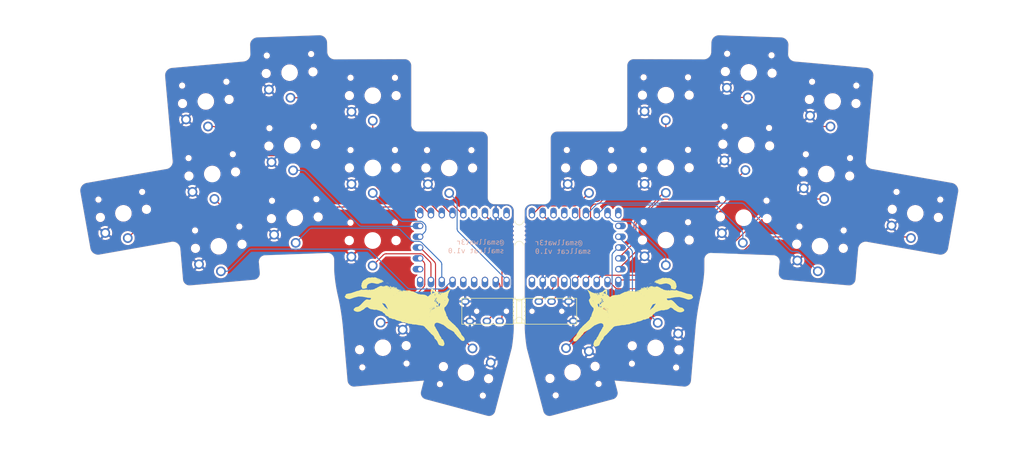
<source format=kicad_pcb>
(kicad_pcb (version 20240108) (generator "pcbnew") (generator_version "8.0")
  (layers (0 "F.Cu" signal) (31 "B.Cu" signal) (34 "B.Paste" user) (35 "F.Paste" user) (36 "B.SilkS" user "B.Silkscreen") (37 "F.SilkS" user "F.Silkscreen") (38 "B.Mask" user) (39 "F.Mask" user) (44 "Edge.Cuts" user))
  (net 0 "")
  (net 1 "gnd")
  (net 2 "vcc")
  (net 3 "Switch18")
  (net 4 "Switch2")
  (net 5 "Switch3")
  (net 6 "Switch4")
  (net 7 "Switch6")
  (net 8 "Switch7")
  (net 9 "Switch8")
  (net 10 "Switch9")
  (net 11 "Switch10")
  (net 12 "Switch12")
  (net 13 "Switch13")
  (net 14 "Switch14")
  (net 15 "Switch16")
  (net 16 "Switch17")
  (net 17 "Switch18_r")
  (net 18 "Switch9_r")
  (net 19 "Switch10_r")
  (net 20 "Switch12_r")
  (net 21 "Switch13_r")
  (net 22 "Switch14_r")
  (net 23 "Switch16_r")
  (net 24 "Switch17_r")
  (net 25 "Switch2_r")
  (net 26 "Switch3_r")
  (net 27 "Switch4_r")
  (net 28 "Switch6_r")
  (net 29 "Switch7_r")
  (net 30 "Switch8_r")
  (footprint "* duckyb-collection:choc-v1-with-millmax" (layer "F.Cu") (at 83.251649 65.033053 2)
    (property "Reference" "SW16" (hide yes))
    (property "Value" "SW_Push" (hide yes))
  )
  (footprint "* duckyb-collection:choc-v1-with-millmax" (layer "F.Cu") (at 123.502592 101.433505 165)
    (property "Reference" "SW20" (hide yes))
    (property "Value" "SW_Push" (hide yes))
  )
  (footprint "* duckyb-collection:choc-v1-with-millmax" (layer "F.Cu") (at 65.368398 71.733661 5)
    (property "Reference" "SW15" (hide yes))
    (property "Value" "SW_Push" (hide yes))
  )
  (footprint "* duckyb-collection:choc-v1-with-millmax" (layer "F.Cu") (at 103.961664 95.561438 -175)
    (property "Reference" "SW21" (hide yes))
    (property "Value" "SW_Push" (hide yes))
  )
  (footprint "* duckyb-collection:choc-v1-with-millmax" (layer "F.Cu") (at 101.55 70.375)
    (property "Reference" "SW17" (hide yes))
    (property "Value" "SW_Push" (hide yes))
  )
  (footprint "* duckyb-collection:choc-v1-with-millmax" (layer "F.Cu") (at 82.024093 30.903595 2)
    (property "Reference" "SW4" (hide yes))
    (property "Value" "SW_Push" (hide yes))
  )
  (footprint "* duckyb-collection:choc-v1-with-millmax" (layer "F.Cu") (at 62.329782 37.678681 5)
    (property "Reference" "SW3" (hide yes))
    (property "Value" "SW_Push" (hide yes))
  )
  (footprint "* duckyb-collection:choc-v1-with-millmax" (layer "F.Cu") (at 63.840781 54.722451 5)
    (property "Reference" "SW9" (hide yes))
    (property "Value" "SW_Push" (hide yes))
  )
  (footprint "* duckyb-collection:choc-v1-with-millmax" (layer "F.Cu") (at 119.555 53.325)
    (property "Reference" "SW12" (hide yes))
    (property "Value" "SW_Push" (hide yes))
  )
  (footprint "* duckyb-collection:choc-v1-with-millmax" (layer "F.Cu") (at 101.58 53.3)
    (property "Reference" "SW11" (hide yes))
    (property "Value" "SW_Push" (hide yes))
  )
  (footprint "* duckyb-collection:choc-v1-with-millmax" (layer "F.Cu") (at 42.949665 63.981028 10)
    (property "Reference" "SW8" (hide yes))
    (property "Value" "SW_Push" (hide yes))
  )
  (footprint "* duckyb-collection:choc-v1-with-millmax" (layer "F.Cu") (at 101.58 36.3)
    (property "Reference" "SW5" (hide yes))
    (property "Value" "SW_Push" (hide yes))
  )
  (footprint "* duckyb-collection:choc-v1-with-millmax" (layer "F.Cu") (at 82.644336 47.977818 2)
    (property "Reference" "SW10" (hide yes))
    (property "Value" "SW_Push" (hide yes))
  )
  (footprint "Kailh:TRRS-PJ-320A" (layer "F.Cu") (at 137.42 87 90)
    (property "Reference" "J1")
    (property "Value" "AudioJack4dpb" (hide yes))
  )
  (footprint "* duckyb-collection:choc-v1-with-millmax" (layer "F.Cu") (at 170.49 53.257)
    (property "Reference" "SW11_r1" (hide yes))
    (property "Value" "SW_Push" (hide yes))
  )
  (footprint "* duckyb-collection:choc-v1-with-millmax" (layer "F.Cu") (at 188.795907 65.013595 -2)
    (property "Reference" "SW15_r1" (hide yes))
    (property "Value" "SW_Push" (hide yes))
  )
  (footprint "* duckyb-collection:choc-v1-with-millmax" (layer "F.Cu") (at 206.734219 71.722451 -5)
    (property "Reference" "SW18_r1" (hide yes))
    (property "Value" "SW_Push" (hide yes))
  )
  (footprint "* duckyb-collection:choc-v1-with-millmax" (layer "F.Cu") (at 170.485 36.195)
    (property "Reference" "SW5_r1" (hide yes))
    (property "Value" "SW_Push" (hide yes))
  )
  (footprint "* duckyb-collection:choc-v1-with-millmax" (layer "F.Cu") (at 189.976602 30.835266 -2)
    (property "Reference" "SW4_r1" (hide yes))
    (property "Value" "SW_Push" (hide yes))
  )
  (footprint "* duckyb-collection:choc-v1-with-millmax" (layer "F.Cu") (at 152.42 53.3)
    (property "Reference" "SW12_r1" (hide yes))
    (property "Value" "SW_Push" (hide yes))
  )
  (footprint "* duckyb-collection:choc-v1-with-millmax" (layer "F.Cu") (at 209.71381 37.679065 -5)
    (property "Reference" "SW3_r1" (hide yes))
    (property "Value" "SW_Push" (hide yes))
  )
  (footprint "* duckyb-collection:choc-v1-with-millmax" (layer "F.Cu") (at 168.07619 95.601029 175)
    (property "Reference" "SW21_r1" (hide yes))
    (property "Value" "SW_Push" (hide yes))
  )
  (footprint "* duckyb-collection:choc-v1-with-millmax" (layer "F.Cu") (at 189.395907 47.923595 -2)
    (property "Reference" "SW9_r1" (hide yes))
    (property "Value" "SW_Push" (hide yes))
  )
  (footprint "* duckyb-collection:choc-v1-with-millmax" (layer "F.Cu") (at 148.550827 101.374147 -165)
    (property "Reference" "SW20_r1" (hide yes))
    (property "Value" "SW_Push" (hide yes))
  )
  (footprint "* duckyb-collection:choc-v1-with-millmax" (layer "F.Cu") (at 229.143557 63.984935 -10)
    (property "Reference" "SW7_r1" (hide yes))
    (property "Value" "SW_Push" (hide yes))
  )
  (footprint "* duckyb-collection:choc-v1-with-millmax" (layer "F.Cu") (at 208.234219 54.732451 -5)
    (property "Reference" "SW8_r1" (hide yes))
    (property "Value" "SW_Push" (hide yes))
  )
  (footprint "mcu:rp2040-zero-tht" (layer "F.Cu") (at 149.16 72.02 90)
    (property "Reference" "U?" (hide yes))
    (property "Value" "rp2040-zero-tht" (hide yes))
  )
  (footprint "mcu:rp2040-zero-tht" (layer "F.Cu") (at 122.88 72.02 -90)
    (property "Reference" "U?" (hide yes))
    (property "Value" "rp2040-zero-tht" (hide yes))
  )
  (footprint "LOGO" (layer "F.Cu") (at 110.27 85.34 -110)
    (property "Reference" "G***")
    (property "Value" "LOGO" (hide yes))
  )
  (footprint "Duckyb-Parts:mouse-bite-5mm-slot-with-space-for-track" (layer "F.Cu") (at 136.022499 68.630001)
    (property "Reference" "mouse-bite-2mm-slot" (hide yes))
    (property "Value" "VAL**" (hide yes))
  )
  (footprint "Duckyb-Parts:mouse-bite-5mm-slot-with-space-for-track" (layer "F.Cu") (at 136.02 86.499)
    (property "Reference" "mouse-bite-2mm-slot" (hide yes))
    (property "Value" "VAL**" (hide yes))
  )
  (footprint "* duckyb-collection:choc-v1-with-millmax" (layer "F.Cu") (at 170.49 70.27)
    (property "Reference" "SW11_r1" (hide yes))
    (property "Value" "SW_Push" (hide yes))
  )
  (footprint "LOGO" (layer "F.Cu") (at 161.63 85.46 110)
    (property "Reference" "G***")
    (property "Value" "LOGO" (hide yes))
  )
  (footprint "Kailh:TRRS-PJ-320A" (layer "F.Cu") (at 134.6125 87 -90)
    (property "Reference" "J2")
    (property "Value" "AudioJack4dpb" (hide yes))
  )
  (gr_line (start 135.067501 89.039) (end 134.744 89.039) (stroke (width 0.05)) (layer "Edge.Cuts"))
  (gr_arc (start 143.423477 60.244486) (mid 142.994009 61.349011) (end 141.911072 61.830324) (stroke (width 0.05)) (layer "Edge.Cuts"))
  (gr_arc (start 127.122074 44.743676) (mid 128.205012 45.224994) (end 128.634479 46.329514) (stroke (width 0.05)) (layer "Edge.Cuts"))
  (gr_line (start 37.324665 73.681028) (end 54.33 70.675) (stroke (width 0.05)) (layer "Edge.Cuts"))
  (gr_line (start 137.308999 91.159) (end 137.304998 89.038) (stroke (width 0.05)) (layer "Edge.Cuts"))
  (gr_arc (start 200.827396 28.273111) (mid 199.665185 27.661814) (end 199.243998 26.418021) (stroke (width 0.05)) (layer "Edge.Cuts"))
  (gr_line (start 56.329574 72.285285) (end 56.962616 79.572435) (stroke (width 0.05)) (layer "Edge.Cuts"))
  (gr_arc (start 176.405727 103.317129) (mid 175.868987 104.35899) (end 174.753897 104.719738) (stroke (width 0.05)) (layer "Edge.Cuts"))
  (gr_line (start 217.718998 70.674) (end 234.724333 73.680028) (stroke (width 0.05)) (layer "Edge.Cuts"))
  (gr_arc (start 236.849893 72.258721) (mid 236.072794 73.396609) (end 234.724333 73.680028) (stroke (width 0.05)) (layer "Edge.Cuts"))
  (gr_line (start 90.844585 23.914708) (end 90.895351 25.949787) (stroke (width 0.05)) (layer "Edge.Cuts"))
  (gr_line (start 143.423477 60.244486) (end 143.414519 46.328514) (stroke (width 0.05)) (layer "Edge.Cuts"))
  (gr_arc (start 161.414519 29.303514) (mid 161.843988 28.198991) (end 162.926924 27.717676) (stroke (width 0.05)) (layer "Edge.Cuts"))
  (gr_line (start 197.018998 77.949) (end 197.239959 75.498615) (stroke (width 0.05)) (layer "Edge.Cuts"))
  (gr_line (start 52.746466 31.675549) (end 54.52086 51.606028) (stroke (width 0.05)) (layer "Edge.Cuts"))
  (gr_arc (start 109.122074 27.718676) (mid 110.205012 28.199994) (end 110.634479 29.304514) (stroke (width 0.05)) (layer "Edge.Cuts"))
  (gr_line (start 137.296499 66.090001) (end 137.296593 63.428514) (stroke (width 0.05)) (layer "Edge.Cuts"))
  (gr_arc (start 52.746466 31.675549) (mid 53.200994 30.365917) (end 54.455 29.775001) (stroke (width 0.05)) (layer "Edge.Cuts"))
  (gr_arc (start 130.137926 61.831324) (mid 129.054988 61.350006) (end 128.625521 60.245486) (stroke (width 0.05)) (layer "Edge.Cuts"))
  (gr_arc (start 133.24 61.843676) (mid 134.322922 62.325002) (end 134.752405 63.429514) (stroke (width 0.05)) (layer "Edge.Cuts"))
  (gr_arc (start 58.5881 80.930265) (mid 57.504989 80.575007) (end 56.962616 79.572435) (stroke (width 0.05)) (layer "Edge.Cuts"))
  (gr_line (start 135.07 71.170001) (end 134.746499 71.170001) (stroke (width 0.05)) (layer "Edge.Cuts"))
  (gr_line (start 113.590733 103.307082) (end 112.940733 105.807082) (stroke (width 0.05)) (layer "Edge.Cuts"))
  (gr_line (start 112.155 44.725) (end 127.122074 44.743676) (stroke (width 0.05)) (layer "Edge.Cuts"))
  (gr_line (start 71.221602 28.274111) (end 54.455 29.775001) (stroke (width 0.05)) (layer "Edge.Cuts"))
  (gr_line (start 74.809039 75.499615) (end 75.03 77.95) (stroke (width 0.05)) (layer "Edge.Cuts"))
  (gr_arc (start 143.563629 111.570814) (mid 142.381472 111.430152) (end 141.678998 110.469) (stroke (width 0.05)) (layer "Edge.Cuts"))
  (gr_line (start 73.672375 79.602223) (end 58.5881 80.930265) (stroke (width 0.05)) (layer "Edge.Cuts"))
  (gr_arc (start 137.776608 95.648735) (mid 137.472793 93.411159) (end 137.308999 91.159) (stroke (width 0.05)) (layer "Edge.Cuts"))
  (gr_line (start 52.938383 53.57613) (end 34.249665 56.83103) (stroke (width 0.05)) (layer "Edge.Cuts"))
  (gr_arc (start 54.52086 51.606028) (mid 54.140229 52.920888) (end 52.938383 53.57613) (stroke (width 0.05)) (layer "Edge.Cuts"))
  (gr_line (start 181.153647 25.948787) (end 181.204413 23.913708) (stroke (width 0.05)) (layer "Edge.Cuts"))
  (gr_line (start 76.166664 73.847392) (end 90.834516 73.312442) (stroke (width 0.05)) (layer "Edge.Cuts"))
  (gr_line (start 236.849893 72.258721) (end 239.22064 58.95559) (stroke (width 0.05)) (layer "Edge.Cuts"))
  (gr_line (start 199.243998 26.418021) (end 199.318998 24.499) (stroke (width 0.05)) (layer "Edge.Cuts"))
  (gr_line (start 113.590733 103.307082) (end 97.295101 104.720738) (stroke (width 0.05)) (layer "Edge.Cuts"))
  (gr_line (start 32.828358 58.95659) (end 35.199105 72.259721) (stroke (width 0.05)) (layer "Edge.Cuts"))
  (gr_line (start 128.634479 46.329514) (end 128.625521 60.245486) (stroke (width 0.05)) (layer "Edge.Cuts"))
  (gr_line (start 94.630917 91.713032) (end 95.643271 103.318129) (stroke (width 0.05)) (layer "Edge.Cuts"))
  (gr_arc (start 113.984945 107.696947) (mid 113.065069 106.971817) (end 112.940733 105.807082) (stroke (width 0.05)) (layer "Edge.Cuts"))
  (gr_arc (start 136.974998 66.090001) (mid 136.022499 66.734872) (end 135.07 66.09) (stroke (width 0.05)) (layer "Edge.Cuts"))
  (gr_arc (start 97.295101 104.720738) (mid 96.18001 104.35999) (end 95.643271 103.318129) (stroke (width 0.05)) (layer "Edge.Cuts"))
  (gr_arc (start 195.882334 73.846392) (mid 196.894016 74.398986) (end 197.239959 75.498615) (stroke (width 0.05)) (layer "Edge.Cuts"))
  (gr_arc (start 177.418081 91.712032) (mid 177.879403 87.629137) (end 178.625131 83.5885) (stroke (width 0.05)) (layer "Edge.Cuts"))
  (gr_arc (start 72.73 24.5) (mid 73.207602 23.169135) (end 74.505002 22.606963) (stroke (width 0.05)) (layer "Edge.Cuts"))
  (gr_arc (start 137.296593 63.428514) (mid 137.72607 62.323996) (end 138.808998 61.842676) (stroke (width 0.05)) (layer "Edge.Cuts"))
  (gr_arc (start 54.33 70.675) (mid 55.669567 71.058202) (end 56.329574 72.285285) (stroke (width 0.05)) (layer "Edge.Cuts"))
  (gr_arc (start 32.828358 58.95659) (mid 33.11178 57.608133) (end 34.249665 56.83103) (stroke (width 0.05)) (layer "Edge.Cuts"))
  (gr_arc (start 74.809039 75.499615) (mid 75.154987 74.39998) (end 76.166664 73.847392) (stroke (width 0.05)) (layer "Edge.Cuts"))
  (gr_arc (start 112.155 44.725) (mid 111.072087 44.243672) (end 110.642595 43.139162) (stroke (width 0.05)) (layer "Edge.Cuts"))
  (gr_line (start 197.543996 22.605963) (end 183.074977 22.100902) (stroke (width 0.05)) (layer "Edge.Cuts"))
  (gr_line (start 92.68 27.775) (end 109.122074 27.718676) (stroke (width 0.05)) (layer "Edge.Cuts"))
  (gr_arc (start 161.406403 43.138162) (mid 160.976916 44.242668) (end 159.893998 44.724) (stroke (width 0.05)) (layer "Edge.Cuts"))
  (gr_arc (start 143.414519 46.328514) (mid 143.843988 45.223991) (end 144.926924 44.742676) (stroke (width 0.05)) (layer "Edge.Cuts"))
  (gr_line (start 134.27239 95.649735) (end 130.37 110.47) (stroke (width 0.05)) (layer "Edge.Cuts"))
  (gr_line (start 134.746499 71.170001) (end 134.75 83.96) (stroke (width 0.05)) (layer "Edge.Cuts"))
  (gr_line (start 162.926924 27.717676) (end 179.368998 27.774) (stroke (width 0.05)) (layer "Edge.Cuts"))
  (gr_line (start 181.214482 73.311442) (end 195.882334 73.846392) (stroke (width 0.05)) (layer "Edge.Cuts"))
  (gr_arc (start 237.799333 56.83003) (mid 238.937217 57.607132) (end 239.22064 58.95559) (stroke (width 0.05)) (layer "Edge.Cuts"))
  (gr_line (start 161.406403 43.138162) (end 161.414519 29.303514) (stroke (width 0.05)) (layer "Edge.Cuts"))
  (gr_line (start 136.974998 66.090001) (end 137.296499 66.090001) (stroke (width 0.05)) (layer "Edge.Cuts"))
  (gr_line (start 215.086382 79.571435) (end 215.719424 72.284285) (stroke (width 0.05)) (layer "Edge.Cuts"))
  (gr_line (start 213.460898 80.929265) (end 198.376623 79.601223) (stroke (width 0.05)) (layer "Edge.Cuts"))
  (gr_line (start 179.556403 77.338162) (end 179.562259 74.669067) (stroke (width 0.05)) (layer "Edge.Cuts"))
  (gr_arc (start 90.834516 73.312442) (mid 91.934131 73.658403) (end 92.486739 74.670067) (stroke (width 0.05)) (layer "Edge.Cuts"))
  (gr_arc (start 135.067501 89.039) (mid 136.02 88.394127) (end 136.972499 89.039001) (stroke (width 0.05)) (layer "Edge.Cuts"))
  (gr_line (start 136.972499 89.039001) (end 137.304998 89.038) (stroke (width 0.05)) (layer "Edge.Cuts"))
  (gr_arc (start 217.593998 29.774001) (mid 218.848006 30.36492) (end 219.302532 31.674549) (stroke (width 0.05)) (layer "Edge.Cuts"))
  (gr_arc (start 92.68 27.775) (mid 91.403816 27.237718) (end 90.895351 25.949787) (stroke (width 0.05)) (layer "Edge.Cuts"))
  (gr_line (start 135.07 66.09) (end 134.752499 66.091001) (stroke (width 0.05)) (layer "Edge.Cuts"))
  (gr_arc (start 75.03 77.95) (mid 74.684049 79.049636) (end 73.672375 79.602223) (stroke (width 0.05)) (layer "Edge.Cuts"))
  (gr_line (start 137.296499 71.170001) (end 137.294 83.959) (stroke (width 0.05)) (layer "Edge.Cuts"))
  (gr_arc (start 72.805 26.419021) (mid 72.38381 27.662817) (end 71.221602 28.274111) (stroke (width 0.05)) (layer "Edge.Cuts"))
  (gr_arc (start 179.556402 77.338162) (mid 179.225149 80.483353) (end 178.62513 83.5885) (stroke (width 0.05)) (layer "Edge.Cuts"))
  (gr_line (start 141.678998 110.469) (end 137.776608 95.648735) (stroke (width 0.05)) (layer "Edge.Cuts"))
  (gr_line (start 143.563629 111.570814) (end 158.064053 107.695947) (stroke (width 0.05)) (layer "Edge.Cuts"))
  (gr_arc (start 215.719424 72.284285) (mid 216.379422 71.057209) (end 217.718998 70.674) (stroke (width 0.05)) (layer "Edge.Cuts"))
  (gr_line (start 88.974021 22.101902) (end 74.505002 22.606963) (stroke (width 0.05)) (layer "Edge.Cuts"))
  (gr_line (start 133.24 61.843676) (end 130.137926 61.831324) (stroke (width 0.05)) (layer "Edge.Cuts"))
  (gr_line (start 113.984945 107.696947) (end 128.485369 111.571814) (stroke (width 0.05)) (layer "Edge.Cuts"))
  (gr_arc (start 88.974021 22.101902) (mid 90.304998 22.600008) (end 90.844585 23.914708) (stroke (width 0.05)) (layer "Edge.Cuts"))
  (gr_line (start 135.067501 83.958999) (end 134.75 83.96) (stroke (width 0.05)) (layer "Edge.Cuts"))
  (gr_arc (start 93.423867 83.5895) (mid 94.169595 87.630137) (end 94.630917 91.713032) (stroke (width 0.05)) (layer "Edge.Cuts"))
  (gr_arc (start 37.324665 73.681028) (mid 35.976204 73.397609) (end 35.199105 72.259721) (stroke (width 0.05)) (layer "Edge.Cuts"))
  (gr_arc (start 215.086382 79.571435) (mid 214.544006 80.57401) (end 213.460898 80.929265) (stroke (width 0.05)) (layer "Edge.Cuts"))
  (gr_arc (start 181.153647 25.948787) (mid 180.64518 27.23672) (end 179.368998 27.774) (stroke (width 0.05)) (layer "Edge.Cuts"))
  (gr_arc (start 135.07 71.170001) (mid 136.0225 70.525126) (end 136.974998 71.170002) (stroke (width 0.05)) (layer "Edge.Cuts"))
  (gr_arc (start 93.423868 83.5895) (mid 92.823849 80.484353) (end 92.492596 77.339162) (stroke (width 0.05)) (layer "Edge.Cuts"))
  (gr_line (start 159.108265 105.806082) (end 158.458265 103.306082) (stroke (width 0.05)) (layer "Edge.Cuts"))
  (gr_line (start 217.593998 29.774001) (end 200.827396 28.273111) (stroke (width 0.05)) (layer "Edge.Cuts"))
  (gr_arc (start 197.543996 22.605963) (mid 198.841398 23.168138) (end 199.318998 24.499) (stroke (width 0.05)) (layer "Edge.Cuts"))
  (gr_line (start 136.972499 83.959) (end 137.294 83.959) (stroke (width 0.05)) (layer "Edge.Cuts"))
  (gr_line (start 136.974998 71.170002) (end 137.296499 71.170001) (stroke (width 0.05)) (layer "Edge.Cuts"))
  (gr_line (start 217.528138 51.605028) (end 219.302532 31.674549) (stroke (width 0.05)) (layer "Edge.Cuts"))
  (gr_line (start 110.634479 29.304514) (end 110.642595 43.139162) (stroke (width 0.05)) (layer "Edge.Cuts"))
  (gr_line (start 72.73 24.5) (end 72.805 26.419021) (stroke (width 0.05)) (layer "Edge.Cuts"))
  (gr_line (start 237.799333 56.83003) (end 219.110615 53.57513) (stroke (width 0.05)) (layer "Edge.Cuts"))
  (gr_arc (start 198.376623 79.601223) (mid 197.364942 79.048628) (end 197.018998 77.949) (stroke (width 0.05)) (layer "Edge.Cuts"))
  (gr_arc (start 134.739999 91.16) (mid 134.576205 93.412159) (end 134.27239 95.649735) (stroke (width 0.05)) (layer "Edge.Cuts"))
  (gr_arc (start 179.562259 74.669067) (mid 180.114868 73.657403) (end 181.214482 73.311442) (stroke (width 0.05)) (layer "Edge.Cuts"))
  (gr_line (start 134.744 89.039) (end 134.739999 91.16) (stroke (width 0.05)) (layer "Edge.Cuts"))
  (gr_arc (start 159.108265 105.806082) (mid 158.983938 106.970801) (end 158.064053 107.695947) (stroke (width 0.05)) (layer "Edge.Cuts"))
  (gr_line (start 176.405727 103.317129) (end 177.418081 91.712032) (stroke (width 0.05)) (layer "Edge.Cuts"))
  (gr_arc (start 136.972499 83.959) (mid 136.02 84.603873) (end 135.067501 83.958999) (stroke (width 0.05)) (layer "Edge.Cuts"))
  (gr_arc (start 181.204413 23.913708) (mid 181.744003 22.599005) (end 183.074977 22.100902) (stroke (width 0.05)) (layer "Edge.Cuts"))
  (gr_line (start 134.752405 63.429514) (end 134.752499 66.091001) (stroke (width 0.05)) (layer "Edge.Cuts"))
  (gr_line (start 144.926924 44.742676) (end 159.893998 44.724) (stroke (width 0.05)) (layer "Edge.Cuts"))
  (gr_arc (start 219.110615 53.57513) (mid 217.908774 52.919894) (end 217.528138 51.605028) (stroke (width 0.05)) (layer "Edge.Cuts"))
  (gr_line (start 141.911072 61.830324) (end 138.808998 61.842676) (stroke (width 0.05)) (layer "Edge.Cuts"))
  (gr_line (start 92.486739 74.670067) (end 92.492595 77.339162) (stroke (width 0.05)) (layer "Edge.Cuts"))
  (gr_arc (start 130.37 110.47) (mid 129.667527 111.431152) (end 128.485369 111.571814) (stroke (width 0.05)) (layer "Edge.Cuts"))
  (gr_line (start 174.753897 104.719738) (end 158.458265 103.306082) (stroke (width 0.05)) (layer "Edge.Cuts"))
  (gr_text "@smallwat3r\nsmallcat v1.0" (at 139.76 73.69 0) (layer "B.SilkS") (effects (font (size 1.2 1.2)) (justify right bottom mirror)))
  (gr_text "@smallwat3r\nsmallcat v1.0" (at 132.44 73.56 0) (layer "B.SilkS") (effects (font (size 1.2 1.2)) (justify left bottom mirror)))
  (segment (start 130.5 64.4) (end 133.822107 67.722107) (width 0.25) (layer "B.Cu") (net 1))
  (segment (start 145.862893 77.132893) (end 147.792107 79.062107) (width 0.25) (layer "B.Cu") (net 1))
  (segment (start 147.792107 84.527893) (end 147.62 84.7) (width 0.25) (layer "B.Cu") (net 1))
  (segment (start 126.969607 91.857107) (end 124.4125 89.3) (width 0.25) (layer "B.Cu") (net 1))
  (segment (start 148.085 79.769214) (end 148.085 83.820786) (width 0.25) (layer "B.Cu") (net 1))
  (segment (start 144.754214 76.84) (end 145.155786 76.84) (width 0.25) (layer "B.Cu") (net 1))
  (segment (start 141.54 79.64) (end 144.047107 77.132893) (width 0.25) (layer "B.Cu") (net 1))
  (segment (start 131.125786 92.15) (end 127.676714 92.15) (width 0.25) (layer "B.Cu") (net 1))
  (segment (start 133.822107 89.867893) (end 131.832893 91.857107) (width 0.25) (layer "B.Cu") (net 1))
  (segment (start 134.115 68.429214) (end 134.115 89.160786) (width 0.25) (layer "B.Cu") (net 1))
  (arc (start 147.792107 79.062107) (mid 148.00888 79.38653) (end 148.085 79.769214) (width 0.25) (layer "B.Cu") (net 1))
  (arc (start 127.676714 92.15) (mid 127.294031 92.07388) (end 126.969607 91.857107) (width 0.25) (layer "B.Cu") (net 1))
  (arc (start 144.754214 76.84) (mid 144.371531 76.91612) (end 144.047107 77.132893) (width 0.25) (layer "B.Cu") (net 1))
  (arc (start 148.085 83.820786) (mid 148.00888 84.203469) (end 147.792107 84.527893) (width 0.25) (layer "B.Cu") (net 1))
  (arc (start 131.125786 92.15) (mid 131.508469 92.07388) (end 131.832893 91.857107) (width 0.25) (layer "B.Cu") (net 1))
  (arc (start 145.862893 77.132893) (mid 145.53847 76.91612) (end 145.155786 76.84) (width 0.25) (layer "B.Cu") (net 1))
  (arc (start 134.115 89.160786) (mid 134.03888 89.543469) (end 133.822107 89.867893) (width 0.25) (layer "B.Cu") (net 1))
  (arc (start 133.822107 67.722107) (mid 134.03888 68.04653) (end 134.115 68.429214) (width 0.25) (layer "B.Cu") (net 1))
  (segment (start 127.96 64.4) (end 131.670171 68.110171) (width 0.25) (layer "F.Cu") (net 2))
  (segment (start 144.08 79.64) (end 144.08 81.065786) (width 0.25) (layer "F.Cu") (net 2))
  (segment (start 143.787107 81.772893) (end 140.86 84.7) (width 0.25) (layer "F.Cu") (net 2))
  (segment (start 131.963064 79.582784) (end 131.965 79.58472) (width 0.25) (layer "F.Cu") (net 2))
  (segment (start 140.86 84.7) (end 140.62 84.7) (width 0.25) (layer "F.Cu") (net 2))
  (segment (start 131.963064 68.817278) (end 131.963064 79.582784) (width 0.25) (layer "F.Cu") (net 2))
  (segment (start 131.965 79.58472) (end 131.965 88.333286) (width 0.25) (layer "F.Cu") (net 2))
  (segment (start 131.672107 89.040393) (end 131.4125 89.3) (width 0.25) (layer "F.Cu") (net 2))
  (arc (start 131.672107 89.040393) (mid 131.88888 88.71597) (end 131.965 88.333286) (width 0.25) (layer "F.Cu") (net 2))
  (arc (start 144.08 81.065786) (mid 144.00388 81.448469) (end 143.787107 81.772893) (width 0.25) (layer "F.Cu") (net 2))
  (arc (start 131.670171 68.110171) (mid 131.886944 68.434594) (end 131.963064 68.817278) (width 0.25) (layer "F.Cu") (net 2))
  (segment (start 131.222107 80.362107) (end 130.5 79.64) (width 0.25) (layer "F.Cu") (net 3))
  (segment (start 128.4125 89.3) (end 131.222107 86.490393) (width 0.25) (layer "F.Cu") (net 3))
  (segment (start 131.515 85.783286) (end 131.515 81.069214) (width 0.25) (layer "F.Cu") (net 3))
  (arc (start 131.222107 86.490393) (mid 131.43888 86.16597) (end 131.515 85.783286) (width 0.25) (layer "F.Cu") (net 3))
  (arc (start 131.222107 80.362107) (mid 131.43888 80.68653) (end 131.515 81.069214) (width 0.25) (layer "F.Cu") (net 3))
  (segment (start 106.623108 61.298107) (end 96.037894 50.712893) (width 0.25) (layer "F.Cu") (net 4))
  (segment (start 117.8 64.4) (end 115.283893 61.883893) (width 0.25) (layer "F.Cu") (net 4))
  (segment (start 64.043404 43.55623) (end 62.844001 43.55623) (width 0.25) (layer "F.Cu") (net 4))
  (segment (start 71.028495 50.127107) (end 64.750511 43.849123) (width 0.25) (layer "F.Cu") (net 4))
  (segment (start 114.576786 61.591) (end 107.330215 61.591) (width 0.25) (layer "F.Cu") (net 4))
  (segment (start 95.330787 50.42) (end 71.735602 50.42) (width 0.25) (layer "F.Cu") (net 4))
  (arc (start 95.330787 50.42) (mid 95.71347 50.49612) (end 96.037894 50.712893) (width 0.25) (layer "F.Cu") (net 4))
  (arc (start 71.028495 50.127107) (mid 71.352918 50.34388) (end 71.735602 50.42) (width 0.25) (layer "F.Cu") (net 4))
  (arc (start 107.330215 61.591) (mid 106.947532 61.51488) (end 106.623108 61.298107) (width 0.25) (layer "F.Cu") (net 4))
  (arc (start 64.043404 43.55623) (mid 64.426087 43.63235) (end 64.750511 43.849123) (width 0.25) (layer "F.Cu") (net 4))
  (arc (start 114.576786 61.591) (mid 114.959469 61.66712) (end 115.283893 61.883893) (width 0.25) (layer "F.Cu") (net 4))
  (segment (start 120.34 64.4) (end 117.373893 61.433893) (width 0.25) (layer "F.Cu") (net 5))
  (segment (start 87.795706 36.8) (end 82.23 36.8) (width 0.25) (layer "F.Cu") (net 5))
  (segment (start 116.666786 61.141) (end 112.965134 61.141) (width 0.25) (layer "F.Cu") (net 5))
  (segment (start 112.258027 60.848107) (end 88.502813 37.092893) (width 0.25) (layer "F.Cu") (net 5))
  (arc (start 88.502813 37.092893) (mid 88.17839 36.87612) (end 87.795706 36.8) (width 0.25) (layer "F.Cu") (net 5))
  (arc (start 112.258027 60.848107) (mid 112.58245 61.06488) (end 112.965134 61.141) (width 0.25) (layer "F.Cu") (net 5))
  (arc (start 117.373893 61.433893) (mid 117.04947 61.21712) (end 116.666786 61.141) (width 0.25) (layer "F.Cu") (net 5))
  (segment (start 118.756786 60.691) (end 113.15153 60.691) (width 0.25) (layer "F.Cu") (net 6))
  (segment (start 101.58 49.11947) (end 101.58 42.2) (width 0.25) (layer "F.Cu") (net 6))
  (segment (start 122.88 64.4) (end 119.463893 60.983893) (width 0.25) (layer "F.Cu") (net 6))
  (segment (start 112.444423 60.398107) (end 101.872893 49.826577) (width 0.25) (layer "F.Cu") (net 6))
  (arc (start 119.463893 60.983893) (mid 119.13947 60.76712) (end 118.756786 60.691) (width 0.25) (layer "F.Cu") (net 6))
  (arc (start 101.58 49.11947) (mid 101.65612 49.502153) (end 101.872893 49.826577) (width 0.25) (layer "F.Cu") (net 6))
  (arc (start 113.15153 60.691) (mid 112.768847 60.61488) (end 112.444423 60.398107) (width 0.25) (layer "F.Cu") (net 6))
  (segment (start 106.436712 61.748107) (end 95.881498 51.192893) (width 0.25) (layer "F.Cu") (net 7))
  (segment (start 112.486786 62.041) (end 107.143819 62.041) (width 0.25) (layer "F.Cu") (net 7))
  (segment (start 95.174391 50.9) (end 83.204214 50.9) (width 0.25) (layer "F.Cu") (net 7))
  (segment (start 76.425786 56.85) (end 57.329799 56.85) (width 0.25) (layer "F.Cu") (net 7))
  (segment (start 56.622692 57.142893) (end 43.97419 69.791395) (width 0.25) (layer "F.Cu") (net 7))
  (segment (start 115.26 64.4) (end 113.193893 62.333893) (width 0.25) (layer "F.Cu") (net 7))
  (segment (start 82.497107 51.192893) (end 77.132893 56.557107) (width 0.25) (layer "F.Cu") (net 7))
  (arc (start 107.143819 62.041) (mid 106.761136 61.96488) (end 106.436712 61.748107) (width 0.25) (layer "F.Cu") (net 7))
  (arc (start 76.425786 56.85) (mid 76.808469 56.77388) (end 77.132893 56.557107) (width 0.25) (layer "F.Cu") (net 7))
  (arc (start 82.497107 51.192893) (mid 82.82153 50.97612) (end 83.204214 50.9) (width 0.25) (layer "F.Cu") (net 7))
  (arc (start 56.622692 57.142893) (mid 56.947115 56.92612) (end 57.329799 56.85) (width 0.25) (layer "F.Cu") (net 7))
  (arc (start 95.174391 50.9) (mid 95.557074 50.97612) (end 95.881498 51.192893) (width 0.25) (layer "F.Cu") (net 7))
  (arc (start 112.486786 62.041) (mid 112.869469 62.11712) (end 113.193893 62.333893) (width 0.25) (layer "F.Cu") (net 7))
  (segment (start 111.103893 62.783893) (end 112.72 64.4) (width 0.25) (layer "F.Cu") (net 8))
  (segment (start 66.660214 62.491) (end 110.396786 62.491) (width 0.25) (layer "F.Cu") (net 8))
  (segment (start 64.355 60.6) (end 65.953107 62.198107) (width 0.25) (layer "F.Cu") (net 8))
  (arc (start 65.953107 62.198107) (mid 66.27753 62.41488) (end 66.660214 62.491) (width 0.25) (layer "F.Cu") (net 8))
  (arc (start 111.103893 62.783893) (mid 110.77947 62.56712) (end 110.396786 62.491) (width 0.25) (layer "F.Cu") (net 8))
  (segment (start 112.6147 67.0453) (end 99.029514 67.0453) (width 0.25) (layer "B.Cu") (net 9))
  (segment (start 98.322407 66.752407) (end 85.737116 54.167116) (width 0.25) (layer "B.Cu") (net 9))
  (segment (start 112.72 66.94) (end 112.6147 67.0453) (width 0.25) (layer "B.Cu") (net 9))
  (segment (start 85.030009 53.874223) (end 82.850243 53.874223) (width 0.25) (layer "B.Cu") (net 9))
  (arc (start 85.030009 53.874223) (mid 85.412692 53.950343) (end 85.737116 54.167116) (width 0.25) (layer "B.Cu") (net 9))
  (arc (start 99.029514 67.0453) (mid 98.646831 66.96918) (end 98.322407 66.752407) (width 0.25) (layer "B.Cu") (net 9))
  (segment (start 113.767107 68.432893) (end 112.72 69.48) (width 0.25) (layer "B.Cu") (net 10))
  (segment (start 101.58 59.2) (end 107.952107 65.572107) (width 0.25) (layer "B.Cu") (net 10))
  (segment (start 114.06 67.173934) (end 114.06 67.725786) (width 0.25) (layer "B.Cu") (net 10))
  (segment (start 108.659214 65.865) (end 112.751066 65.865) (width 0.25) (layer "B.Cu") (net 10))
  (segment (start 113.458173 66.157893) (end 113.767107 66.466827) (width 0.25) (layer "B.Cu") (net 10))
  (arc (start 113.767107 66.466827) (mid 113.98388 66.79125) (end 114.06 67.173934) (width 0.25) (layer "B.Cu") (net 10))
  (arc (start 107.952107 65.572107) (mid 108.27653 65.78888) (end 108.659214 65.865) (width 0.25) (layer "B.Cu") (net 10))
  (arc (start 113.767107 68.432893) (mid 113.98388 68.10847) (end 114.06 67.725786) (width 0.25) (layer "B.Cu") (net 10))
  (arc (start 112.751066 65.865) (mid 113.133749 65.94112) (end 113.458173 66.157893) (width 0.25) (layer "B.Cu") (net 10))
  (segment (start 133.04 79.64) (end 121.707893 68.307893) (width 0.25) (layer "B.Cu") (net 11))
  (segment (start 121.122107 60.792107) (end 119.555 59.225) (width 0.25) (layer "B.Cu") (net 11))
  (segment (start 121.415 67.600786) (end 121.415 61.499214) (width 0.25) (layer "B.Cu") (net 11))
  (arc (start 121.122107 60.792107) (mid 121.33888 61.11653) (end 121.415 61.499214) (width 0.25) (layer "B.Cu") (net 11))
  (arc (start 121.707893 68.307893) (mid 121.49112 67.98347) (end 121.415 67.600786) (width 0.25) (layer "B.Cu") (net 11))
  (segment (start 65.882617 77.61121) (end 67.123912 77.61121) (width 0.25) (layer "B.Cu") (net 12))
  (segment (start 67.831019 77.318317) (end 72.460985 72.688351) (width 0.25) (layer "B.Cu") (net 12))
  (segment (start 100.908352 72.688351) (end 109.697108 81.477107) (width 0.25) (layer "B.Cu") (net 12))
  (segment (start 110.404215 81.77) (end 117.795786 81.77) (width 0.25) (layer "B.Cu") (net 12))
  (segment (start 73.168092 72.395458) (end 100.201245 72.395458) (width 0.25) (layer "B.Cu") (net 12))
  (segment (start 118.502893 81.477107) (end 120.34 79.64) (width 0.25) (layer "B.Cu") (net 12))
  (arc (start 100.201245 72.395458) (mid 100.583928 72.471578) (end 100.908352 72.688351) (width 0.25) (layer "B.Cu") (net 12))
  (arc (start 110.404215 81.77) (mid 110.021532 81.69388) (end 109.697108 81.477107) (width 0.25) (layer "B.Cu") (net 12))
  (arc (start 67.123912 77.61121) (mid 67.506595 77.53509) (end 67.831019 77.318317) (width 0.25) (layer "B.Cu") (net 12))
  (arc (start 73.168092 72.395458) (mid 72.785409 72.471578) (end 72.460985 72.688351) (width 0.25) (layer "B.Cu") (net 12))
  (arc (start 117.795786 81.77) (mid 118.178469 81.69388) (end 118.502893 81.477107) (width 0.25) (layer "B.Cu") (net 12))
  (segment (start 83.500474 71.03236) (end 83.575474 71.03236) (width 0.25) (layer "F.Cu") (net 13))
  (segment (start 83.575474 71.03236) (end 83.650474 70.95736) (width 0.25) (layer "F.Cu") (net 13))
  (segment (start 112.361066 70.555) (end 111.219214 70.555) (width 0.25) (layer "B.Cu") (net 13))
  (segment (start 107.331086 67.4953) (end 87.305928 67.4953) (width 0.25) (layer "B.Cu") (net 13))
  (segment (start 117.8 79.64) (end 117.8 75.993934) (width 0.25) (layer "B.Cu") (net 13))
  (segment (start 110.512107 70.262107) (end 108.038193 67.788193) (width 0.25) (layer "B.Cu") (net 13))
  (segment (start 86.598821 67.788193) (end 83.457556 70.929458) (width 0.25) (layer "B.Cu") (net 13))
  (segment (start 117.507107 75.286827) (end 113.068173 70.847893) (width 0.25) (layer "B.Cu") (net 13))
  (arc (start 112.361066 70.555) (mid 112.743749 70.63112) (end 113.068173 70.847893) (width 0.25) (layer "B.Cu") (net 13))
  (arc (start 108.038193 67.788193) (mid 107.71377 67.57142) (end 107.331086 67.4953) (width 0.25) (layer "B.Cu") (net 13))
  (arc (start 117.8 75.993934) (mid 117.72388 75.611251) (end 117.507107 75.286827) (width 0.25) (layer "B.Cu") (net 13))
  (arc (start 87.305928 67.4953) (mid 86.923245 67.57142) (end 86.598821 67.788193) (width 0.25) (layer "B.Cu") (net 13))
  (arc (start 110.512107 70.262107) (mid 110.83653 70.47888) (end 111.219214 70.555) (width 0.25) (layer "B.Cu") (net 13))
  (segment (start 101.55 76.275) (end 104.047107 73.777893) (width 0.25) (layer "F.Cu") (net 14))
  (segment (start 113.458173 73.777893) (end 114.967107 75.286827) (width 0.25) (layer "F.Cu") (net 14))
  (segment (start 104.754214 73.485) (end 112.751066 73.485) (width 0.25) (layer "F.Cu") (net 14))
  (segment (start 115.26 75.993934) (end 115.26 79.64) (width 0.25) (layer "F.Cu") (net 14))
  (arc (start 114.967107 75.286827) (mid 115.18388 75.61125) (end 115.26 75.993934) (width 0.25) (layer "F.Cu") (net 14))
  (arc (start 112.751066 73.485) (mid 113.133749 73.56112) (end 113.458173 73.777893) (width 0.25) (layer "F.Cu") (net 14))
  (arc (start 104.754214 73.485) (mid 104.371531 73.56112) (end 104.047107 73.777893) (width 0.25) (layer "F.Cu") (net 14))
  (segment (start 103.447444 89.68389) (end 104.782176 89.68389) (width 0.25) (layer "F.Cu") (net 15))
  (segment (start 105.489283 89.390997) (end 113.502107 81.378173) (width 0.25) (layer "F.Cu") (net 15))
  (segment (start 113.502107 75.342107) (end 112.72 74.56) (width 0.25) (layer "F.Cu") (net 15))
  (segment (start 113.795 80.671066) (end 113.795 76.049214) (width 0.25) (layer "F.Cu") (net 15))
  (arc (start 104.782176 89.68389) (mid 105.164859 89.60777) (end 105.489283 89.390997) (width 0.25) (layer "F.Cu") (net 15))
  (arc (start 113.795 76.049214) (mid 113.71888 75.666531) (end 113.502107 75.342107) (width 0.25) (layer "F.Cu") (net 15))
  (arc (start 113.502107 81.378173) (mid 113.71888 81.05375) (end 113.795 80.671066) (width 0.25) (layer "F.Cu") (net 15))
  (segment (start 116.335 86.625705) (end 116.335 76.049214) (width 0.25) (layer "F.Cu") (net 16))
  (segment (start 125.029624 95.734543) (end 116.627893 87.332812) (width 0.25) (layer "F.Cu") (net 16))
  (segment (start 116.042107 75.342107) (end 112.72 72.02) (width 0.25) (layer "F.Cu") (net 16))
  (arc (start 116.042107 75.342107) (mid 116.25888 75.66653) (end 116.335 76.049214) (width 0.25) (layer "F.Cu") (net 16))
  (arc (start 116.627893 87.332812) (mid 116.41112 87.008389) (end 116.335 86.625705) (width 0.25) (layer "F.Cu") (net 16))
  (segment (start 143.62 84.7) (end 144.862107 83.457893) (width 0.25) (layer "F.Cu") (net 17))
  (segment (start 144.862107 67.722107) (end 141.54 64.4) (width 0.25) (layer "F.Cu") (net 17))
  (segment (start 145.155 82.750786) (end 145.155 68.429214) (width 0.25) (layer "F.Cu") (net 17))
  (arc (start 145.155 68.429214) (mid 145.07888 68.046531) (end 144.862107 67.722107) (width 0.25) (layer "F.Cu") (net 17))
  (arc (start 144.862107 83.457893) (mid 145.07888 83.13347) (end 145.155 82.750786) (width 0.25) (layer "F.Cu") (net 17))
  (segment (start 170.49 59.157) (end 170.360818 59.157) (width 0.25) (layer "F.Cu") (net 18))
  (segment (start 162.697107 71.182893) (end 159.32 74.56) (width 0.25) (layer "F.Cu") (net 18))
  (segment (start 162.99 66.527818) (end 162.99 70.475786) (width 0.25) (layer "F.Cu") (net 18))
  (segment (start 169.653711 59.449893) (end 163.282893 65.820711) (width 0.25) (layer "F.Cu") (net 18))
  (arc (start 162.99 66.527818) (mid 163.06612 66.145135) (end 163.282893 65.820711) (width 0.25) (layer "F.Cu") (net 18))
  (arc (start 170.360818 59.157) (mid 169.978135 59.23312) (end 169.653711 59.449893) (width 0.25) (layer "F.Cu") (net 18))
  (arc (start 162.99 70.475786) (mid 162.91388 70.858469) (end 162.697107 71.182893) (width 0.25) (layer "F.Cu") (net 18))
  (segment (start 140.857107 62.542893) (end 139 64.4) (width 0.25) (layer "F.Cu") (net 19))
  (segment (start 148.955786 62.25) (end 141.564214 62.25) (width 0.25) (layer "F.Cu") (net 19))
  (segment (start 152.42 59.2) (end 149.662893 61.957107) (width 0.25) (layer "F.Cu") (net 19))
  (arc (start 141.564214 62.25) (mid 141.18153 62.32612) (end 140.857107 62.542893) (width 0.25) (layer "F.Cu") (net 19))
  (arc (start 149.662893 61.957107) (mid 149.338469 62.17388) (end 148.955786 62.25) (width 0.25) (layer "F.Cu") (net 19))
  (segment (start 188.942893 61.872893) (end 199.727107 72.657107) (width 0.25) (layer "B.Cu") (net 20))
  (segment (start 151.7 64.4) (end 154.227107 61.872893) (width 0.25) (layer "B.Cu") (net 20))
  (segment (start 154.934214 61.58) (end 188.235786 61.58) (width 0.25) (layer "B.Cu") (net 20))
  (segment (start 201.862893 73.242893) (end 206.22 77.6) (width 0.25) (layer "B.Cu") (net 20))
  (segment (start 200.434214 72.95) (end 201.155786 72.95) (width 0.25) (layer "B.Cu") (net 20))
  (arc (start 200.434214 72.95) (mid 200.051531 72.87388) (end 199.727107 72.657107) (width 0.25) (layer "B.Cu") (net 20))
  (arc (start 188.942893 61.872893) (mid 188.61847 61.65612) (end 188.235786 61.58) (width 0.25) (layer "B.Cu") (net 20))
  (arc (start 154.934214 61.58) (mid 154.551531 61.65612) (end 154.227107 61.872893) (width 0.25) (layer "B.Cu") (net 20))
  (arc (start 201.155786 72.95) (mid 201.538469 73.02612) (end 201.862893 73.242893) (width 0.25) (layer "B.Cu") (net 20))
  (segment (start 188.59 68.774214) (end 188.59 70.91) (width 0.25) (layer "B.Cu") (net 21))
  (segment (start 157.024214 62.03) (end 181.845786 62.03) (width 0.25) (layer "B.Cu") (net 21))
  (segment (start 154.24 64.4) (end 156.317107 62.322893) (width 0.25) (layer "B.Cu") (net 21))
  (segment (start 182.552893 62.322893) (end 188.297107 68.067107) (width 0.25) (layer "B.Cu") (net 21))
  (arc (start 182.552893 62.322893) (mid 182.22847 62.10612) (end 181.845786 62.03) (width 0.25) (layer "B.Cu") (net 21))
  (arc (start 156.317107 62.322893) (mid 156.64153 62.10612) (end 157.024214 62.03) (width 0.25) (layer "B.Cu") (net 21))
  (arc (start 188.297107 68.067107) (mid 188.51388 68.39153) (end 188.59 68.774214) (width 0.25) (layer "B.Cu") (net 21))
  (segment (start 162.611577 66.157893) (end 170.197107 73.743423) (width 0.25) (layer "B.Cu") (net 22))
  (segment (start 170.49 74.45053) (end 170.49 76.17) (width 0.25) (layer "B.Cu") (net 22))
  (segment (start 156.78 64.4) (end 157.952107 65.572107) (width 0.25) (layer "B.Cu") (net 22))
  (segment (start 158.659214 65.865) (end 161.90447 65.865) (width 0.25) (layer "B.Cu") (net 22))
  (arc (start 170.49 74.45053) (mid 170.41388 74.067847) (end 170.197107 73.743423) (width 0.25) (layer "B.Cu") (net 22))
  (arc (start 162.611577 66.157893) (mid 162.287154 65.94112) (end 161.90447 65.865) (width 0.25) (layer "B.Cu") (net 22))
  (arc (start 158.659214 65.865) (mid 158.276531 65.78888) (end 157.952107 65.572107) (width 0.25) (layer "B.Cu") (net 22))
  (segment (start 162.63 73.204214) (end 162.63 83.348858) (width 0.25) (layer "B.Cu") (net 23))
  (segment (start 159.32 69.48) (end 162.337107 72.497107) (width 0.25) (layer "B.Cu") (net 23))
  (segment (start 162.922893 84.055965) (end 168.590409 89.723481) (width 0.25) (layer "B.Cu") (net 23))
  (arc (start 162.63 73.204214) (mid 162.55388 72.821531) (end 162.337107 72.497107) (width 0.25) (layer "B.Cu") (net 23))
  (arc (start 162.63 83.348858) (mid 162.70612 83.731541) (end 162.922893 84.055965) (width 0.25) (layer "B.Cu") (net 23))
  (segment (start 159.32 72.02) (end 158.147893 73.192107) (width 0.25) (layer "B.Cu") (net 24))
  (segment (start 157.855 73.899214) (end 157.855 84.429766) (width 0.25) (layer "B.Cu") (net 24))
  (segment (start 157.562107 85.136873) (end 147.023795 95.675185) (width 0.25) (layer "B.Cu") (net 24))
  (arc (start 157.855 73.899214) (mid 157.93112 73.516531) (end 158.147893 73.192107) (width 0.25) (layer "B.Cu") (net 24))
  (arc (start 157.855 84.429766) (mid 157.77888 84.812449) (end 157.562107 85.136873) (width 0.25) (layer "B.Cu") (net 24))
  (segment (start 201.740926 43.849507) (end 180.002893 65.58754) (width 0.25) (layer "F.Cu") (net 25))
  (segment (start 179.71 66.294647) (end 179.71 70.635786) (width 0.25) (layer "F.Cu") (net 25))
  (segment (start 155.047107 78.832893) (end 154.24 79.64) (width 0.25) (layer "F.Cu") (net 25))
  (segment (start 209.199591 43.556614) (end 202.448033 43.556614) (width 0.25) (layer "F.Cu") (net 25))
  (segment (start 179.417107 71.342893) (end 172.512893 78.247107) (width 0.25) (layer "F.Cu") (net 25))
  (segment (start 171.805786 78.54) (end 155.754214 78.54) (width 0.25) (layer "F.Cu") (net 25))
  (arc (start 179.417107 71.342893) (mid 179.63388 71.01847) (end 179.71 70.635786) (width 0.25) (layer "F.Cu") (net 25))
  (arc (start 202.448033 43.556614) (mid 202.06535 43.632734) (end 201.740926 43.849507) (width 0.25) (layer "F.Cu") (net 25))
  (arc (start 180.002893 65.58754) (mid 179.78612 65.911963) (end 179.71 66.294647) (width 0.25) (layer "F.Cu") (net 25))
  (arc (start 155.047107 78.832893) (mid 155.37153 78.61612) (end 155.754214 78.54) (width 0.25) (layer "F.Cu") (net 25))
  (arc (start 172.512893 78.247107) (mid 172.18847 78.46388) (end 171.805786 78.54) (width 0.25) (layer "F.Cu") (net 25))
  (segment (start 189.770695 36.731671) (end 180.158939 36.731671) (width 0.25) (layer "F.Cu") (net 26))
  (segment (start 153.247107 62.082893) (end 153.067893 62.262107) (width 0.25) (layer "F.Cu") (net 26))
  (segment (start 152.482107 78.857893) (end 151.7 79.64) (width 0.25) (layer "F.Cu") (net 26))
  (segment (start 152.775 62.969214) (end 152.775 78.150786) (width 0.25) (layer "F.Cu") (net 26))
  (segment (start 179.451832 37.024564) (end 154.979289 61.497107) (width 0.25) (layer "F.Cu") (net 26))
  (segment (start 154.272182 61.79) (end 153.954214 61.79) (width 0.25) (layer "F.Cu") (net 26))
  (arc (start 153.247107 62.082893) (mid 153.57153 61.86612) (end 153.954214 61.79) (width 0.25) (layer "F.Cu") (net 26))
  (arc (start 154.979289 61.497107) (mid 154.654866 61.71388) (end 154.272182 61.79) (width 0.25) (layer "F.Cu") (net 26))
  (arc (start 179.451832 37.024564) (mid 179.776255 36.807791) (end 180.158939 36.731671) (width 0.25) (layer "F.Cu") (net 26))
  (arc (start 152.775 78.150786) (mid 152.69888 78.533469) (end 152.482107 78.857893) (width 0.25) (layer "F.Cu") (net 26))
  (arc (start 152.775 62.969214) (mid 152.85112 62.586531) (end 153.067893 62.262107) (width 0.25) (layer "F.Cu") (net 26))
  (segment (start 170.192107 45.647893) (end 154.941859 60.898141) (width 0.25) (layer "F.Cu") (net 27))
  (segment (start 154.234752 61.191034) (end 151.93318 61.191034) (width 0.25) (layer "F.Cu") (net 27))
  (segment (start 151.226073 61.483927) (end 150.527893 62.182107) (width 0.25) (layer "F.Cu") (net 27))
  (segment (start 150.235 62.889214) (end 150.235 78.150786) (width 0.25) (layer "F.Cu") (net 27))
  (segment (start 170.485 42.095) (end 170.485 44.940786) (width 0.25) (layer "F.Cu") (net 27))
  (segment (start 149.942107 78.857893) (end 149.16 79.64) (width 0.25) (layer "F.Cu") (net 27))
  (arc (start 150.527893 62.182107) (mid 150.31112 62.50653) (end 150.235 62.889214) (width 0.25) (layer "F.Cu") (net 27))
  (arc (start 150.235 78.150786) (mid 150.15888 78.533469) (end 149.942107 78.857893) (width 0.25) (layer "F.Cu") (net 27))
  (arc (start 154.234752 61.191034) (mid 154.617435 61.114914) (end 154.941859 60.898141) (width 0.25) (layer "F.Cu") (net 27))
  (arc (start 151.226073 61.483927) (mid 151.550496 61.267154) (end 151.93318 61.191034) (width 0.25) (layer "F.Cu") (net 27))
  (arc (start 170.485 44.940786) (mid 170.40888 45.323469) (end 170.192107 45.647893) (width 0.25) (layer "F.Cu") (net 27))
  (segment (start 158.562107 81.422107) (end 156.78 79.64) (width 0.25) (layer "F.Cu") (net 28))
  (segment (start 169.903578 81.715) (end 159.269214 81.715) (width 0.25) (layer "F.Cu") (net 28))
  (segment (start 179.112213 72.920579) (end 170.610685 81.422107) (width 0.25) (layer "F.Cu") (net 28))
  (segment (start 188.531338 72.627686) (end 179.81932 72.627686) (width 0.25) (layer "F.Cu") (net 28))
  (segment (start 227.853732 69.53) (end 192.457452 69.53) (width 0.25) (layer "F.Cu") (net 28))
  (segment (start 228.119033 69.795301) (end 227.853732 69.53) (width 0.25) (layer "F.Cu") (net 28))
  (segment (start 191.750345 69.822893) (end 189.238445 72.334793) (width 0.25) (layer "F.Cu") (net 28))
  (arc (start 189.238445 72.334793) (mid 188.914022 72.551566) (end 188.531338 72.627686) (width 0.25) (layer "F.Cu") (net 28))
  (arc (start 191.750345 69.822893) (mid 192.074768 69.60612) (end 192.457452 69.53) (width 0.25) (layer "F.Cu") (net 28))
  (arc (start 179.112213 72.920579) (mid 179.436636 72.703806) (end 179.81932 72.627686) (width 0.25) (layer "F.Cu") (net 28))
  (arc (start 169.903578 81.715) (mid 170.286261 81.63888) (end 170.610685 81.422107) (width 0.25) (layer "F.Cu") (net 28))
  (arc (start 159.269214 81.715) (mid 158.886531 81.63888) (end 158.562107 81.422107) (width 0.25) (layer "F.Cu") (net 28))
  (segment (start 185.136671 71.875877) (end 179.934733 71.875877) (width 0.25) (layer "F.Cu") (net 29))
  (segment (start 179.227626 72.16877) (end 172.049289 79.347107) (width 0.25) (layer "F.Cu") (net 29))
  (segment (start 207.72 60.61) (end 197.230976 60.61) (width 0.25) (layer "F.Cu") (net 29))
  (segment (start 196.523869 60.902893) (end 185.843778 71.582984) (width 0.25) (layer "F.Cu") (net 29))
  (segment (start 171.342182 79.64) (end 159.32 79.64) (width 0.25) (layer "F.Cu") (net 29))
  (arc (start 171.342182 79.64) (mid 171.724865 79.56388) (end 172.049289 79.347107) (width 0.25) (layer "F.Cu") (net 29))
  (arc (start 179.227626 72.16877) (mid 179.552049 71.951997) (end 179.934733 71.875877) (width 0.25) (layer "F.Cu") (net 29))
  (arc (start 196.523869 60.902893) (mid 196.848292 60.68612) (end 197.230976 60.61) (width 0.25) (layer "F.Cu") (net 29))
  (arc (start 185.843778 71.582984) (mid 185.519355 71.799757) (end 185.136671 71.875877) (width 0.25) (layer "F.Cu") (net 29))
  (segment (start 163.147107 73.272893) (end 159.32 77.1) (width 0.25) (layer "F.Cu") (net 30))
  (segment (start 163.44 66.714214) (end 163.44 72.565786) (width 0.25) (layer "F.Cu") (net 30))
  (segment (start 189.19 53.82) (end 182.679893 60.330107) (width 0.25) (layer "F.Cu") (net 30))
  (segment (start 168.824107 60.915893) (end 163.732893 66.007107) (width 0.25) (layer "F.Cu") (net 30))
  (segment (start 181.972786 60.623) (end 169.531214 60.623) (width 0.25) (layer "F.Cu") (net 30))
  (arc (start 168.824107 60.915893) (mid 169.14853 60.69912) (end 169.531214 60.623) (width 0.25) (layer "F.Cu") (net 30))
  (arc (start 182.679893 60.330107) (mid 182.35547 60.54688) (end 181.972786 60.623) (width 0.25) (layer "F.Cu") (net 30))
  (arc (start 163.44 72.565786) (mid 163.36388 72.948469) (end 163.147107 73.272893) (width 0.25) (layer "F.Cu") (net 30))
  (arc (start 163.732893 66.007107) (mid 163.51612 66.33153) (end 163.44 66.714214) (width 0.25) (layer "F.Cu") (net 30))
  (zone (net 1) (net_name "gnd") (layer "F.Cu") (connect_pads (clearance 0.508)) (min_thickness 0.254) (fill yes (thermal_gap 0.508) (thermal_bridge_width 0.508))
    (polygon (pts (xy 14.744 15.14) (xy 254.674 14.14) (xy 254.674 118.28) (xy 14.744 119.28)))
  )
  (zone (net 1) (net_name "gnd") (layer "B.Cu") (connect_pads (clearance 0.508)) (min_thickness 0.254) (fill yes (thermal_gap 0.508) (thermal_bridge_width 0.508))
    (polygon (pts (xy 13.934 13.82) (xy 254.204 14.25) (xy 254.714 119.65) (xy 14.444 119.22)))
  )
)
</source>
